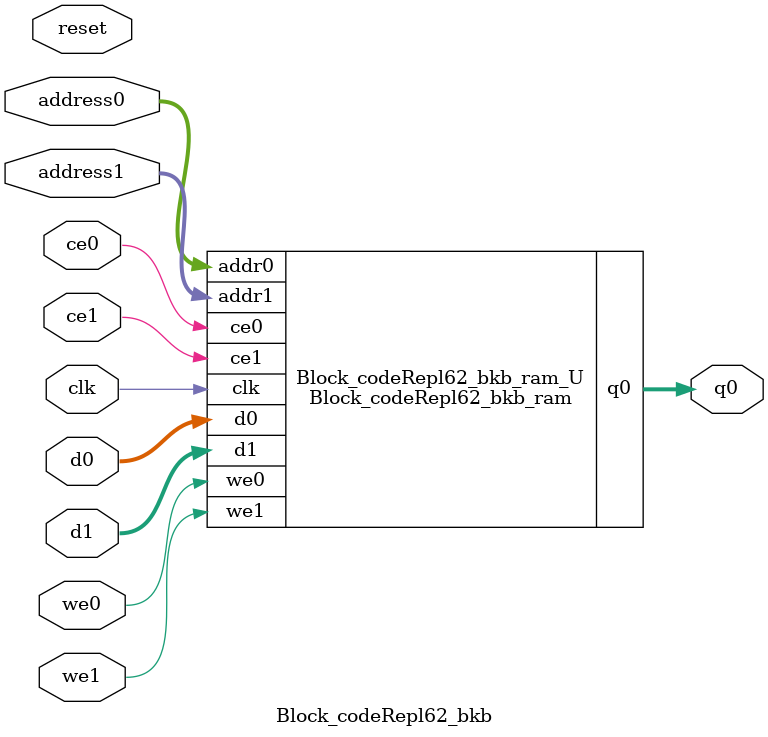
<source format=v>
`timescale 1 ns / 1 ps
module Block_codeRepl62_bkb_ram (addr0, ce0, d0, we0, q0, addr1, ce1, d1, we1,  clk);

parameter DWIDTH = 16;
parameter AWIDTH = 9;
parameter MEM_SIZE = 512;

input[AWIDTH-1:0] addr0;
input ce0;
input[DWIDTH-1:0] d0;
input we0;
output reg[DWIDTH-1:0] q0;
input[AWIDTH-1:0] addr1;
input ce1;
input[DWIDTH-1:0] d1;
input we1;
input clk;

(* ram_style = "block" *)reg [DWIDTH-1:0] ram[0:MEM_SIZE-1];




always @(posedge clk)  
begin 
    if (ce0) begin
        if (we0) 
            ram[addr0] <= d0; 
        q0 <= ram[addr0];
    end
end


always @(posedge clk)  
begin 
    if (ce1) begin
        if (we1) 
            ram[addr1] <= d1; 
    end
end


endmodule

`timescale 1 ns / 1 ps
module Block_codeRepl62_bkb(
    reset,
    clk,
    address0,
    ce0,
    we0,
    d0,
    q0,
    address1,
    ce1,
    we1,
    d1);

parameter DataWidth = 32'd16;
parameter AddressRange = 32'd512;
parameter AddressWidth = 32'd9;
input reset;
input clk;
input[AddressWidth - 1:0] address0;
input ce0;
input we0;
input[DataWidth - 1:0] d0;
output[DataWidth - 1:0] q0;
input[AddressWidth - 1:0] address1;
input ce1;
input we1;
input[DataWidth - 1:0] d1;



Block_codeRepl62_bkb_ram Block_codeRepl62_bkb_ram_U(
    .clk( clk ),
    .addr0( address0 ),
    .ce0( ce0 ),
    .we0( we0 ),
    .d0( d0 ),
    .q0( q0 ),
    .addr1( address1 ),
    .ce1( ce1 ),
    .we1( we1 ),
    .d1( d1 ));

endmodule


</source>
